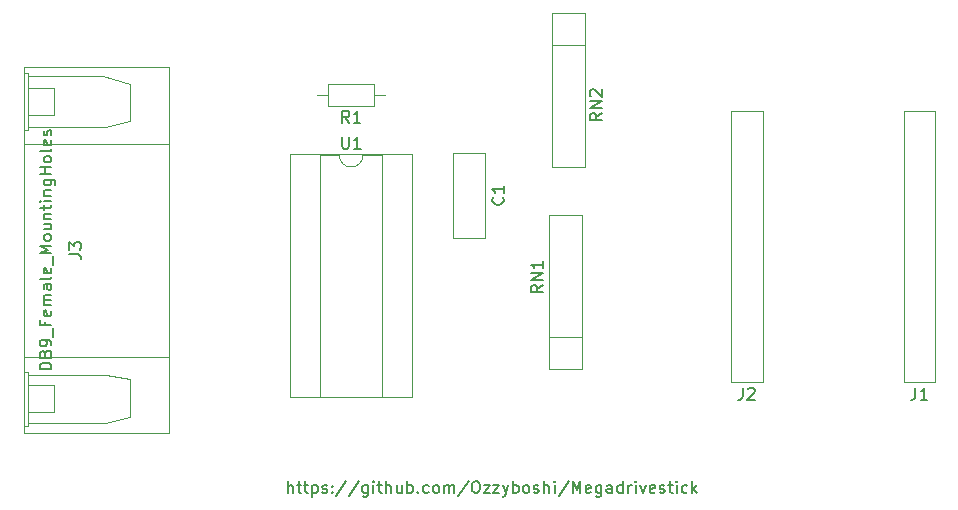
<source format=gto>
%TF.GenerationSoftware,KiCad,Pcbnew,5.1.9-73d0e3b20d~88~ubuntu20.10.1*%
%TF.CreationDate,2021-04-22T08:32:01+02:00*%
%TF.ProjectId,megadrivearcadestick,6d656761-6472-4697-9665-617263616465,v0.1*%
%TF.SameCoordinates,Original*%
%TF.FileFunction,Legend,Top*%
%TF.FilePolarity,Positive*%
%FSLAX46Y46*%
G04 Gerber Fmt 4.6, Leading zero omitted, Abs format (unit mm)*
G04 Created by KiCad (PCBNEW 5.1.9-73d0e3b20d~88~ubuntu20.10.1) date 2021-04-22 08:32:01*
%MOMM*%
%LPD*%
G01*
G04 APERTURE LIST*
%ADD10C,0.150000*%
%ADD11C,0.120000*%
G04 APERTURE END LIST*
D10*
X122490485Y-110993180D02*
X122490485Y-109993180D01*
X122919057Y-110993180D02*
X122919057Y-110469371D01*
X122871438Y-110374133D01*
X122776200Y-110326514D01*
X122633342Y-110326514D01*
X122538104Y-110374133D01*
X122490485Y-110421752D01*
X123252390Y-110326514D02*
X123633342Y-110326514D01*
X123395247Y-109993180D02*
X123395247Y-110850323D01*
X123442866Y-110945561D01*
X123538104Y-110993180D01*
X123633342Y-110993180D01*
X123823819Y-110326514D02*
X124204771Y-110326514D01*
X123966676Y-109993180D02*
X123966676Y-110850323D01*
X124014295Y-110945561D01*
X124109533Y-110993180D01*
X124204771Y-110993180D01*
X124538104Y-110326514D02*
X124538104Y-111326514D01*
X124538104Y-110374133D02*
X124633342Y-110326514D01*
X124823819Y-110326514D01*
X124919057Y-110374133D01*
X124966676Y-110421752D01*
X125014295Y-110516990D01*
X125014295Y-110802704D01*
X124966676Y-110897942D01*
X124919057Y-110945561D01*
X124823819Y-110993180D01*
X124633342Y-110993180D01*
X124538104Y-110945561D01*
X125395247Y-110945561D02*
X125490485Y-110993180D01*
X125680961Y-110993180D01*
X125776200Y-110945561D01*
X125823819Y-110850323D01*
X125823819Y-110802704D01*
X125776200Y-110707466D01*
X125680961Y-110659847D01*
X125538104Y-110659847D01*
X125442866Y-110612228D01*
X125395247Y-110516990D01*
X125395247Y-110469371D01*
X125442866Y-110374133D01*
X125538104Y-110326514D01*
X125680961Y-110326514D01*
X125776200Y-110374133D01*
X126252390Y-110897942D02*
X126300009Y-110945561D01*
X126252390Y-110993180D01*
X126204771Y-110945561D01*
X126252390Y-110897942D01*
X126252390Y-110993180D01*
X126252390Y-110374133D02*
X126300009Y-110421752D01*
X126252390Y-110469371D01*
X126204771Y-110421752D01*
X126252390Y-110374133D01*
X126252390Y-110469371D01*
X127442866Y-109945561D02*
X126585723Y-111231276D01*
X128490485Y-109945561D02*
X127633342Y-111231276D01*
X129252390Y-110326514D02*
X129252390Y-111136038D01*
X129204771Y-111231276D01*
X129157152Y-111278895D01*
X129061914Y-111326514D01*
X128919057Y-111326514D01*
X128823819Y-111278895D01*
X129252390Y-110945561D02*
X129157152Y-110993180D01*
X128966676Y-110993180D01*
X128871438Y-110945561D01*
X128823819Y-110897942D01*
X128776200Y-110802704D01*
X128776200Y-110516990D01*
X128823819Y-110421752D01*
X128871438Y-110374133D01*
X128966676Y-110326514D01*
X129157152Y-110326514D01*
X129252390Y-110374133D01*
X129728580Y-110993180D02*
X129728580Y-110326514D01*
X129728580Y-109993180D02*
X129680961Y-110040800D01*
X129728580Y-110088419D01*
X129776200Y-110040800D01*
X129728580Y-109993180D01*
X129728580Y-110088419D01*
X130061914Y-110326514D02*
X130442866Y-110326514D01*
X130204771Y-109993180D02*
X130204771Y-110850323D01*
X130252390Y-110945561D01*
X130347628Y-110993180D01*
X130442866Y-110993180D01*
X130776200Y-110993180D02*
X130776200Y-109993180D01*
X131204771Y-110993180D02*
X131204771Y-110469371D01*
X131157152Y-110374133D01*
X131061914Y-110326514D01*
X130919057Y-110326514D01*
X130823819Y-110374133D01*
X130776200Y-110421752D01*
X132109533Y-110326514D02*
X132109533Y-110993180D01*
X131680961Y-110326514D02*
X131680961Y-110850323D01*
X131728580Y-110945561D01*
X131823819Y-110993180D01*
X131966676Y-110993180D01*
X132061914Y-110945561D01*
X132109533Y-110897942D01*
X132585723Y-110993180D02*
X132585723Y-109993180D01*
X132585723Y-110374133D02*
X132680961Y-110326514D01*
X132871438Y-110326514D01*
X132966676Y-110374133D01*
X133014295Y-110421752D01*
X133061914Y-110516990D01*
X133061914Y-110802704D01*
X133014295Y-110897942D01*
X132966676Y-110945561D01*
X132871438Y-110993180D01*
X132680961Y-110993180D01*
X132585723Y-110945561D01*
X133490485Y-110897942D02*
X133538104Y-110945561D01*
X133490485Y-110993180D01*
X133442866Y-110945561D01*
X133490485Y-110897942D01*
X133490485Y-110993180D01*
X134395247Y-110945561D02*
X134300009Y-110993180D01*
X134109533Y-110993180D01*
X134014295Y-110945561D01*
X133966676Y-110897942D01*
X133919057Y-110802704D01*
X133919057Y-110516990D01*
X133966676Y-110421752D01*
X134014295Y-110374133D01*
X134109533Y-110326514D01*
X134300009Y-110326514D01*
X134395247Y-110374133D01*
X134966676Y-110993180D02*
X134871438Y-110945561D01*
X134823819Y-110897942D01*
X134776200Y-110802704D01*
X134776200Y-110516990D01*
X134823819Y-110421752D01*
X134871438Y-110374133D01*
X134966676Y-110326514D01*
X135109533Y-110326514D01*
X135204771Y-110374133D01*
X135252390Y-110421752D01*
X135300009Y-110516990D01*
X135300009Y-110802704D01*
X135252390Y-110897942D01*
X135204771Y-110945561D01*
X135109533Y-110993180D01*
X134966676Y-110993180D01*
X135728580Y-110993180D02*
X135728580Y-110326514D01*
X135728580Y-110421752D02*
X135776200Y-110374133D01*
X135871438Y-110326514D01*
X136014295Y-110326514D01*
X136109533Y-110374133D01*
X136157152Y-110469371D01*
X136157152Y-110993180D01*
X136157152Y-110469371D02*
X136204771Y-110374133D01*
X136300009Y-110326514D01*
X136442866Y-110326514D01*
X136538104Y-110374133D01*
X136585723Y-110469371D01*
X136585723Y-110993180D01*
X137776200Y-109945561D02*
X136919057Y-111231276D01*
X138300009Y-109993180D02*
X138490485Y-109993180D01*
X138585723Y-110040800D01*
X138680961Y-110136038D01*
X138728580Y-110326514D01*
X138728580Y-110659847D01*
X138680961Y-110850323D01*
X138585723Y-110945561D01*
X138490485Y-110993180D01*
X138300009Y-110993180D01*
X138204771Y-110945561D01*
X138109533Y-110850323D01*
X138061914Y-110659847D01*
X138061914Y-110326514D01*
X138109533Y-110136038D01*
X138204771Y-110040800D01*
X138300009Y-109993180D01*
X139061914Y-110326514D02*
X139585723Y-110326514D01*
X139061914Y-110993180D01*
X139585723Y-110993180D01*
X139871438Y-110326514D02*
X140395247Y-110326514D01*
X139871438Y-110993180D01*
X140395247Y-110993180D01*
X140680961Y-110326514D02*
X140919057Y-110993180D01*
X141157152Y-110326514D02*
X140919057Y-110993180D01*
X140823819Y-111231276D01*
X140776200Y-111278895D01*
X140680961Y-111326514D01*
X141538104Y-110993180D02*
X141538104Y-109993180D01*
X141538104Y-110374133D02*
X141633342Y-110326514D01*
X141823819Y-110326514D01*
X141919057Y-110374133D01*
X141966676Y-110421752D01*
X142014295Y-110516990D01*
X142014295Y-110802704D01*
X141966676Y-110897942D01*
X141919057Y-110945561D01*
X141823819Y-110993180D01*
X141633342Y-110993180D01*
X141538104Y-110945561D01*
X142585723Y-110993180D02*
X142490485Y-110945561D01*
X142442866Y-110897942D01*
X142395247Y-110802704D01*
X142395247Y-110516990D01*
X142442866Y-110421752D01*
X142490485Y-110374133D01*
X142585723Y-110326514D01*
X142728580Y-110326514D01*
X142823819Y-110374133D01*
X142871438Y-110421752D01*
X142919057Y-110516990D01*
X142919057Y-110802704D01*
X142871438Y-110897942D01*
X142823819Y-110945561D01*
X142728580Y-110993180D01*
X142585723Y-110993180D01*
X143300009Y-110945561D02*
X143395247Y-110993180D01*
X143585723Y-110993180D01*
X143680961Y-110945561D01*
X143728580Y-110850323D01*
X143728580Y-110802704D01*
X143680961Y-110707466D01*
X143585723Y-110659847D01*
X143442866Y-110659847D01*
X143347628Y-110612228D01*
X143300009Y-110516990D01*
X143300009Y-110469371D01*
X143347628Y-110374133D01*
X143442866Y-110326514D01*
X143585723Y-110326514D01*
X143680961Y-110374133D01*
X144157152Y-110993180D02*
X144157152Y-109993180D01*
X144585723Y-110993180D02*
X144585723Y-110469371D01*
X144538104Y-110374133D01*
X144442866Y-110326514D01*
X144300009Y-110326514D01*
X144204771Y-110374133D01*
X144157152Y-110421752D01*
X145061914Y-110993180D02*
X145061914Y-110326514D01*
X145061914Y-109993180D02*
X145014295Y-110040800D01*
X145061914Y-110088419D01*
X145109533Y-110040800D01*
X145061914Y-109993180D01*
X145061914Y-110088419D01*
X146252390Y-109945561D02*
X145395247Y-111231276D01*
X146585723Y-110993180D02*
X146585723Y-109993180D01*
X146919057Y-110707466D01*
X147252390Y-109993180D01*
X147252390Y-110993180D01*
X148109533Y-110945561D02*
X148014295Y-110993180D01*
X147823819Y-110993180D01*
X147728580Y-110945561D01*
X147680961Y-110850323D01*
X147680961Y-110469371D01*
X147728580Y-110374133D01*
X147823819Y-110326514D01*
X148014295Y-110326514D01*
X148109533Y-110374133D01*
X148157152Y-110469371D01*
X148157152Y-110564609D01*
X147680961Y-110659847D01*
X149014295Y-110326514D02*
X149014295Y-111136038D01*
X148966676Y-111231276D01*
X148919057Y-111278895D01*
X148823819Y-111326514D01*
X148680961Y-111326514D01*
X148585723Y-111278895D01*
X149014295Y-110945561D02*
X148919057Y-110993180D01*
X148728580Y-110993180D01*
X148633342Y-110945561D01*
X148585723Y-110897942D01*
X148538104Y-110802704D01*
X148538104Y-110516990D01*
X148585723Y-110421752D01*
X148633342Y-110374133D01*
X148728580Y-110326514D01*
X148919057Y-110326514D01*
X149014295Y-110374133D01*
X149919057Y-110993180D02*
X149919057Y-110469371D01*
X149871438Y-110374133D01*
X149776200Y-110326514D01*
X149585723Y-110326514D01*
X149490485Y-110374133D01*
X149919057Y-110945561D02*
X149823819Y-110993180D01*
X149585723Y-110993180D01*
X149490485Y-110945561D01*
X149442866Y-110850323D01*
X149442866Y-110755085D01*
X149490485Y-110659847D01*
X149585723Y-110612228D01*
X149823819Y-110612228D01*
X149919057Y-110564609D01*
X150823819Y-110993180D02*
X150823819Y-109993180D01*
X150823819Y-110945561D02*
X150728580Y-110993180D01*
X150538104Y-110993180D01*
X150442866Y-110945561D01*
X150395247Y-110897942D01*
X150347628Y-110802704D01*
X150347628Y-110516990D01*
X150395247Y-110421752D01*
X150442866Y-110374133D01*
X150538104Y-110326514D01*
X150728580Y-110326514D01*
X150823819Y-110374133D01*
X151300009Y-110993180D02*
X151300009Y-110326514D01*
X151300009Y-110516990D02*
X151347628Y-110421752D01*
X151395247Y-110374133D01*
X151490485Y-110326514D01*
X151585723Y-110326514D01*
X151919057Y-110993180D02*
X151919057Y-110326514D01*
X151919057Y-109993180D02*
X151871438Y-110040800D01*
X151919057Y-110088419D01*
X151966676Y-110040800D01*
X151919057Y-109993180D01*
X151919057Y-110088419D01*
X152300009Y-110326514D02*
X152538104Y-110993180D01*
X152776200Y-110326514D01*
X153538104Y-110945561D02*
X153442866Y-110993180D01*
X153252390Y-110993180D01*
X153157152Y-110945561D01*
X153109533Y-110850323D01*
X153109533Y-110469371D01*
X153157152Y-110374133D01*
X153252390Y-110326514D01*
X153442866Y-110326514D01*
X153538104Y-110374133D01*
X153585723Y-110469371D01*
X153585723Y-110564609D01*
X153109533Y-110659847D01*
X153966676Y-110945561D02*
X154061914Y-110993180D01*
X154252390Y-110993180D01*
X154347628Y-110945561D01*
X154395247Y-110850323D01*
X154395247Y-110802704D01*
X154347628Y-110707466D01*
X154252390Y-110659847D01*
X154109533Y-110659847D01*
X154014295Y-110612228D01*
X153966676Y-110516990D01*
X153966676Y-110469371D01*
X154014295Y-110374133D01*
X154109533Y-110326514D01*
X154252390Y-110326514D01*
X154347628Y-110374133D01*
X154680961Y-110326514D02*
X155061914Y-110326514D01*
X154823819Y-109993180D02*
X154823819Y-110850323D01*
X154871438Y-110945561D01*
X154966676Y-110993180D01*
X155061914Y-110993180D01*
X155395247Y-110993180D02*
X155395247Y-110326514D01*
X155395247Y-109993180D02*
X155347628Y-110040800D01*
X155395247Y-110088419D01*
X155442866Y-110040800D01*
X155395247Y-109993180D01*
X155395247Y-110088419D01*
X156300009Y-110945561D02*
X156204771Y-110993180D01*
X156014295Y-110993180D01*
X155919057Y-110945561D01*
X155871438Y-110897942D01*
X155823819Y-110802704D01*
X155823819Y-110516990D01*
X155871438Y-110421752D01*
X155919057Y-110374133D01*
X156014295Y-110326514D01*
X156204771Y-110326514D01*
X156300009Y-110374133D01*
X156728580Y-110993180D02*
X156728580Y-109993180D01*
X156823819Y-110612228D02*
X157109533Y-110993180D01*
X157109533Y-110326514D02*
X156728580Y-110707466D01*
D11*
%TO.C,U1*%
X126838200Y-82388400D02*
X125188200Y-82388400D01*
X125188200Y-82388400D02*
X125188200Y-102828400D01*
X125188200Y-102828400D02*
X130488200Y-102828400D01*
X130488200Y-102828400D02*
X130488200Y-82388400D01*
X130488200Y-82388400D02*
X128838200Y-82388400D01*
X122698200Y-82328400D02*
X122698200Y-102888400D01*
X122698200Y-102888400D02*
X132978200Y-102888400D01*
X132978200Y-102888400D02*
X132978200Y-82328400D01*
X132978200Y-82328400D02*
X122698200Y-82328400D01*
X128838200Y-82388400D02*
G75*
G02*
X126838200Y-82388400I-1000000J0D01*
G01*
%TO.C,C1*%
X139190400Y-89406600D02*
X136450400Y-89406600D01*
X139190400Y-82166600D02*
X136450400Y-82166600D01*
X136450400Y-82166600D02*
X136450400Y-89406600D01*
X139190400Y-82166600D02*
X139190400Y-89406600D01*
%TO.C,J1*%
X177281400Y-78654600D02*
X174621400Y-78654600D01*
X177281400Y-101634600D02*
X177281400Y-78654600D01*
X174621400Y-101634600D02*
X174621400Y-78654600D01*
X177281400Y-101634600D02*
X174621400Y-101634600D01*
%TO.C,J2*%
X162670800Y-101634600D02*
X160010800Y-101634600D01*
X160010800Y-101634600D02*
X160010800Y-78654600D01*
X162670800Y-101634600D02*
X162670800Y-78654600D01*
X162670800Y-78654600D02*
X160010800Y-78654600D01*
%TO.C,RN1*%
X144599200Y-100474600D02*
X147399200Y-100474600D01*
X147399200Y-100474600D02*
X147399200Y-87434600D01*
X147399200Y-87434600D02*
X144599200Y-87434600D01*
X144599200Y-87434600D02*
X144599200Y-100474600D01*
X144599200Y-97764600D02*
X147399200Y-97764600D01*
%TO.C,RN2*%
X147602400Y-73050400D02*
X144802400Y-73050400D01*
X147602400Y-83380400D02*
X147602400Y-70340400D01*
X144802400Y-83380400D02*
X147602400Y-83380400D01*
X144802400Y-70340400D02*
X144802400Y-83380400D01*
X147602400Y-70340400D02*
X144802400Y-70340400D01*
%TO.C,J3*%
X112420400Y-74930000D02*
X100101400Y-74930000D01*
X112420400Y-105918000D02*
X112420400Y-74930000D01*
X100101400Y-105918000D02*
X112420400Y-105918000D01*
X100101400Y-74930000D02*
X100101400Y-105918000D01*
X100101400Y-81407000D02*
X112420400Y-81407000D01*
X100101400Y-99441000D02*
X112420400Y-99441000D01*
X102641400Y-78994000D02*
X100506400Y-78994000D01*
X102641400Y-76708000D02*
X102641400Y-78994000D01*
X100506400Y-76708000D02*
X102641400Y-76708000D01*
X102641400Y-104140000D02*
X100506400Y-104140000D01*
X102641400Y-101854000D02*
X102641400Y-104140000D01*
X100506400Y-101854000D02*
X102641400Y-101854000D01*
X100106400Y-80264000D02*
X100482400Y-80264000D01*
X100482400Y-75438000D02*
X100106400Y-75438000D01*
X100482400Y-80264000D02*
X100482400Y-75438000D01*
X100106400Y-105283000D02*
X100482400Y-105283000D01*
X100482400Y-100711000D02*
X100106400Y-100711000D01*
X100482400Y-105283000D02*
X100482400Y-100711000D01*
X109118400Y-76327000D02*
X109118400Y-79502000D01*
X106832400Y-75692000D02*
X109118400Y-76327000D01*
X100482400Y-75692000D02*
X106832400Y-75692000D01*
X106959400Y-80010000D02*
X100482400Y-80010000D01*
X109118400Y-79502000D02*
X106959400Y-80010000D01*
X106959400Y-105029000D02*
X100482400Y-105029000D01*
X109118400Y-104521000D02*
X106959400Y-105029000D01*
X109118400Y-101346000D02*
X109118400Y-104521000D01*
X107086400Y-100965000D02*
X109118400Y-101346000D01*
X100482400Y-100965000D02*
X107086400Y-100965000D01*
%TO.C,R1*%
X124968200Y-77266800D02*
X125918200Y-77266800D01*
X130708200Y-77266800D02*
X129758200Y-77266800D01*
X125918200Y-78186800D02*
X129758200Y-78186800D01*
X125918200Y-76346800D02*
X125918200Y-78186800D01*
X129758200Y-76346800D02*
X125918200Y-76346800D01*
X129758200Y-78186800D02*
X129758200Y-76346800D01*
%TO.C,U1*%
D10*
X127076295Y-80840780D02*
X127076295Y-81650304D01*
X127123914Y-81745542D01*
X127171533Y-81793161D01*
X127266771Y-81840780D01*
X127457247Y-81840780D01*
X127552485Y-81793161D01*
X127600104Y-81745542D01*
X127647723Y-81650304D01*
X127647723Y-80840780D01*
X128647723Y-81840780D02*
X128076295Y-81840780D01*
X128362009Y-81840780D02*
X128362009Y-80840780D01*
X128266771Y-80983638D01*
X128171533Y-81078876D01*
X128076295Y-81126495D01*
%TO.C,C1*%
X140677542Y-85953266D02*
X140725161Y-86000885D01*
X140772780Y-86143742D01*
X140772780Y-86238980D01*
X140725161Y-86381838D01*
X140629923Y-86477076D01*
X140534685Y-86524695D01*
X140344209Y-86572314D01*
X140201352Y-86572314D01*
X140010876Y-86524695D01*
X139915638Y-86477076D01*
X139820400Y-86381838D01*
X139772780Y-86238980D01*
X139772780Y-86143742D01*
X139820400Y-86000885D01*
X139868019Y-85953266D01*
X140772780Y-85000885D02*
X140772780Y-85572314D01*
X140772780Y-85286600D02*
X139772780Y-85286600D01*
X139915638Y-85381838D01*
X140010876Y-85477076D01*
X140058495Y-85572314D01*
%TO.C,J1*%
X175618066Y-102086980D02*
X175618066Y-102801266D01*
X175570447Y-102944123D01*
X175475209Y-103039361D01*
X175332352Y-103086980D01*
X175237114Y-103086980D01*
X176618066Y-103086980D02*
X176046638Y-103086980D01*
X176332352Y-103086980D02*
X176332352Y-102086980D01*
X176237114Y-102229838D01*
X176141876Y-102325076D01*
X176046638Y-102372695D01*
%TO.C,J2*%
X161007466Y-102086980D02*
X161007466Y-102801266D01*
X160959847Y-102944123D01*
X160864609Y-103039361D01*
X160721752Y-103086980D01*
X160626514Y-103086980D01*
X161436038Y-102182219D02*
X161483657Y-102134600D01*
X161578895Y-102086980D01*
X161816990Y-102086980D01*
X161912228Y-102134600D01*
X161959847Y-102182219D01*
X162007466Y-102277457D01*
X162007466Y-102372695D01*
X161959847Y-102515552D01*
X161388419Y-103086980D01*
X162007466Y-103086980D01*
%TO.C,RN1*%
X144051580Y-93375076D02*
X143575390Y-93708409D01*
X144051580Y-93946504D02*
X143051580Y-93946504D01*
X143051580Y-93565552D01*
X143099200Y-93470314D01*
X143146819Y-93422695D01*
X143242057Y-93375076D01*
X143384914Y-93375076D01*
X143480152Y-93422695D01*
X143527771Y-93470314D01*
X143575390Y-93565552D01*
X143575390Y-93946504D01*
X144051580Y-92946504D02*
X143051580Y-92946504D01*
X144051580Y-92375076D01*
X143051580Y-92375076D01*
X144051580Y-91375076D02*
X144051580Y-91946504D01*
X144051580Y-91660790D02*
X143051580Y-91660790D01*
X143194438Y-91756028D01*
X143289676Y-91851266D01*
X143337295Y-91946504D01*
%TO.C,RN2*%
X149054780Y-78820876D02*
X148578590Y-79154209D01*
X149054780Y-79392304D02*
X148054780Y-79392304D01*
X148054780Y-79011352D01*
X148102400Y-78916114D01*
X148150019Y-78868495D01*
X148245257Y-78820876D01*
X148388114Y-78820876D01*
X148483352Y-78868495D01*
X148530971Y-78916114D01*
X148578590Y-79011352D01*
X148578590Y-79392304D01*
X149054780Y-78392304D02*
X148054780Y-78392304D01*
X149054780Y-77820876D01*
X148054780Y-77820876D01*
X148150019Y-77392304D02*
X148102400Y-77344685D01*
X148054780Y-77249447D01*
X148054780Y-77011352D01*
X148102400Y-76916114D01*
X148150019Y-76868495D01*
X148245257Y-76820876D01*
X148340495Y-76820876D01*
X148483352Y-76868495D01*
X149054780Y-77439923D01*
X149054780Y-76820876D01*
%TO.C,J3*%
X103958780Y-90757333D02*
X104673066Y-90757333D01*
X104815923Y-90804952D01*
X104911161Y-90900190D01*
X104958780Y-91043047D01*
X104958780Y-91138285D01*
X103958780Y-90376380D02*
X103958780Y-89757333D01*
X104339733Y-90090666D01*
X104339733Y-89947809D01*
X104387352Y-89852571D01*
X104434971Y-89804952D01*
X104530209Y-89757333D01*
X104768304Y-89757333D01*
X104863542Y-89804952D01*
X104911161Y-89852571D01*
X104958780Y-89947809D01*
X104958780Y-90233523D01*
X104911161Y-90328761D01*
X104863542Y-90376380D01*
X102458780Y-100519238D02*
X101458780Y-100519238D01*
X101458780Y-100281142D01*
X101506400Y-100138285D01*
X101601638Y-100043047D01*
X101696876Y-99995428D01*
X101887352Y-99947809D01*
X102030209Y-99947809D01*
X102220685Y-99995428D01*
X102315923Y-100043047D01*
X102411161Y-100138285D01*
X102458780Y-100281142D01*
X102458780Y-100519238D01*
X101934971Y-99185904D02*
X101982590Y-99043047D01*
X102030209Y-98995428D01*
X102125447Y-98947809D01*
X102268304Y-98947809D01*
X102363542Y-98995428D01*
X102411161Y-99043047D01*
X102458780Y-99138285D01*
X102458780Y-99519238D01*
X101458780Y-99519238D01*
X101458780Y-99185904D01*
X101506400Y-99090666D01*
X101554019Y-99043047D01*
X101649257Y-98995428D01*
X101744495Y-98995428D01*
X101839733Y-99043047D01*
X101887352Y-99090666D01*
X101934971Y-99185904D01*
X101934971Y-99519238D01*
X102458780Y-98471619D02*
X102458780Y-98281142D01*
X102411161Y-98185904D01*
X102363542Y-98138285D01*
X102220685Y-98043047D01*
X102030209Y-97995428D01*
X101649257Y-97995428D01*
X101554019Y-98043047D01*
X101506400Y-98090666D01*
X101458780Y-98185904D01*
X101458780Y-98376380D01*
X101506400Y-98471619D01*
X101554019Y-98519238D01*
X101649257Y-98566857D01*
X101887352Y-98566857D01*
X101982590Y-98519238D01*
X102030209Y-98471619D01*
X102077828Y-98376380D01*
X102077828Y-98185904D01*
X102030209Y-98090666D01*
X101982590Y-98043047D01*
X101887352Y-97995428D01*
X102554019Y-97804952D02*
X102554019Y-97043047D01*
X101934971Y-96471619D02*
X101934971Y-96804952D01*
X102458780Y-96804952D02*
X101458780Y-96804952D01*
X101458780Y-96328761D01*
X102411161Y-95566857D02*
X102458780Y-95662095D01*
X102458780Y-95852571D01*
X102411161Y-95947809D01*
X102315923Y-95995428D01*
X101934971Y-95995428D01*
X101839733Y-95947809D01*
X101792114Y-95852571D01*
X101792114Y-95662095D01*
X101839733Y-95566857D01*
X101934971Y-95519238D01*
X102030209Y-95519238D01*
X102125447Y-95995428D01*
X102458780Y-95090666D02*
X101792114Y-95090666D01*
X101887352Y-95090666D02*
X101839733Y-95043047D01*
X101792114Y-94947809D01*
X101792114Y-94804952D01*
X101839733Y-94709714D01*
X101934971Y-94662095D01*
X102458780Y-94662095D01*
X101934971Y-94662095D02*
X101839733Y-94614476D01*
X101792114Y-94519238D01*
X101792114Y-94376380D01*
X101839733Y-94281142D01*
X101934971Y-94233523D01*
X102458780Y-94233523D01*
X102458780Y-93328761D02*
X101934971Y-93328761D01*
X101839733Y-93376380D01*
X101792114Y-93471619D01*
X101792114Y-93662095D01*
X101839733Y-93757333D01*
X102411161Y-93328761D02*
X102458780Y-93424000D01*
X102458780Y-93662095D01*
X102411161Y-93757333D01*
X102315923Y-93804952D01*
X102220685Y-93804952D01*
X102125447Y-93757333D01*
X102077828Y-93662095D01*
X102077828Y-93424000D01*
X102030209Y-93328761D01*
X102458780Y-92709714D02*
X102411161Y-92804952D01*
X102315923Y-92852571D01*
X101458780Y-92852571D01*
X102411161Y-91947809D02*
X102458780Y-92043047D01*
X102458780Y-92233523D01*
X102411161Y-92328761D01*
X102315923Y-92376380D01*
X101934971Y-92376380D01*
X101839733Y-92328761D01*
X101792114Y-92233523D01*
X101792114Y-92043047D01*
X101839733Y-91947809D01*
X101934971Y-91900190D01*
X102030209Y-91900190D01*
X102125447Y-92376380D01*
X102554019Y-91709714D02*
X102554019Y-90947809D01*
X102458780Y-90709714D02*
X101458780Y-90709714D01*
X102173066Y-90376380D01*
X101458780Y-90043047D01*
X102458780Y-90043047D01*
X102458780Y-89424000D02*
X102411161Y-89519238D01*
X102363542Y-89566857D01*
X102268304Y-89614476D01*
X101982590Y-89614476D01*
X101887352Y-89566857D01*
X101839733Y-89519238D01*
X101792114Y-89424000D01*
X101792114Y-89281142D01*
X101839733Y-89185904D01*
X101887352Y-89138285D01*
X101982590Y-89090666D01*
X102268304Y-89090666D01*
X102363542Y-89138285D01*
X102411161Y-89185904D01*
X102458780Y-89281142D01*
X102458780Y-89424000D01*
X101792114Y-88233523D02*
X102458780Y-88233523D01*
X101792114Y-88662095D02*
X102315923Y-88662095D01*
X102411161Y-88614476D01*
X102458780Y-88519238D01*
X102458780Y-88376380D01*
X102411161Y-88281142D01*
X102363542Y-88233523D01*
X101792114Y-87757333D02*
X102458780Y-87757333D01*
X101887352Y-87757333D02*
X101839733Y-87709714D01*
X101792114Y-87614476D01*
X101792114Y-87471619D01*
X101839733Y-87376380D01*
X101934971Y-87328761D01*
X102458780Y-87328761D01*
X101792114Y-86995428D02*
X101792114Y-86614476D01*
X101458780Y-86852571D02*
X102315923Y-86852571D01*
X102411161Y-86804952D01*
X102458780Y-86709714D01*
X102458780Y-86614476D01*
X102458780Y-86281142D02*
X101792114Y-86281142D01*
X101458780Y-86281142D02*
X101506400Y-86328761D01*
X101554019Y-86281142D01*
X101506400Y-86233523D01*
X101458780Y-86281142D01*
X101554019Y-86281142D01*
X101792114Y-85804952D02*
X102458780Y-85804952D01*
X101887352Y-85804952D02*
X101839733Y-85757333D01*
X101792114Y-85662095D01*
X101792114Y-85519238D01*
X101839733Y-85424000D01*
X101934971Y-85376380D01*
X102458780Y-85376380D01*
X101792114Y-84471619D02*
X102601638Y-84471619D01*
X102696876Y-84519238D01*
X102744495Y-84566857D01*
X102792114Y-84662095D01*
X102792114Y-84804952D01*
X102744495Y-84900190D01*
X102411161Y-84471619D02*
X102458780Y-84566857D01*
X102458780Y-84757333D01*
X102411161Y-84852571D01*
X102363542Y-84900190D01*
X102268304Y-84947809D01*
X101982590Y-84947809D01*
X101887352Y-84900190D01*
X101839733Y-84852571D01*
X101792114Y-84757333D01*
X101792114Y-84566857D01*
X101839733Y-84471619D01*
X102458780Y-83995428D02*
X101458780Y-83995428D01*
X101934971Y-83995428D02*
X101934971Y-83424000D01*
X102458780Y-83424000D02*
X101458780Y-83424000D01*
X102458780Y-82804952D02*
X102411161Y-82900190D01*
X102363542Y-82947809D01*
X102268304Y-82995428D01*
X101982590Y-82995428D01*
X101887352Y-82947809D01*
X101839733Y-82900190D01*
X101792114Y-82804952D01*
X101792114Y-82662095D01*
X101839733Y-82566857D01*
X101887352Y-82519238D01*
X101982590Y-82471619D01*
X102268304Y-82471619D01*
X102363542Y-82519238D01*
X102411161Y-82566857D01*
X102458780Y-82662095D01*
X102458780Y-82804952D01*
X102458780Y-81900190D02*
X102411161Y-81995428D01*
X102315923Y-82043047D01*
X101458780Y-82043047D01*
X102411161Y-81138285D02*
X102458780Y-81233523D01*
X102458780Y-81424000D01*
X102411161Y-81519238D01*
X102315923Y-81566857D01*
X101934971Y-81566857D01*
X101839733Y-81519238D01*
X101792114Y-81424000D01*
X101792114Y-81233523D01*
X101839733Y-81138285D01*
X101934971Y-81090666D01*
X102030209Y-81090666D01*
X102125447Y-81566857D01*
X102411161Y-80709714D02*
X102458780Y-80614476D01*
X102458780Y-80424000D01*
X102411161Y-80328761D01*
X102315923Y-80281142D01*
X102268304Y-80281142D01*
X102173066Y-80328761D01*
X102125447Y-80424000D01*
X102125447Y-80566857D01*
X102077828Y-80662095D01*
X101982590Y-80709714D01*
X101934971Y-80709714D01*
X101839733Y-80662095D01*
X101792114Y-80566857D01*
X101792114Y-80424000D01*
X101839733Y-80328761D01*
%TO.C,R1*%
X127671533Y-79639180D02*
X127338200Y-79162990D01*
X127100104Y-79639180D02*
X127100104Y-78639180D01*
X127481057Y-78639180D01*
X127576295Y-78686800D01*
X127623914Y-78734419D01*
X127671533Y-78829657D01*
X127671533Y-78972514D01*
X127623914Y-79067752D01*
X127576295Y-79115371D01*
X127481057Y-79162990D01*
X127100104Y-79162990D01*
X128623914Y-79639180D02*
X128052485Y-79639180D01*
X128338200Y-79639180D02*
X128338200Y-78639180D01*
X128242961Y-78782038D01*
X128147723Y-78877276D01*
X128052485Y-78924895D01*
%TD*%
M02*

</source>
